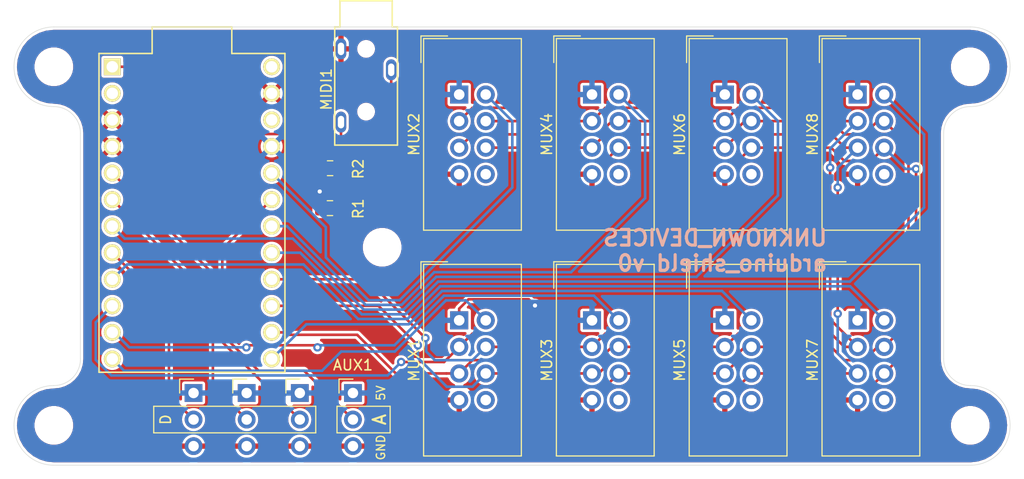
<source format=kicad_pcb>
(kicad_pcb (version 20171130) (host pcbnew "(5.1.2)-1")
  (layers (0 F.Cu signal) (31 B.Cu signal) (34 B.Paste user) (35 F.Paste user) (36 B.SilkS user) (37 F.SilkS user) (38 B.Mask user) (39 F.Mask user) (44 Edge.Cuts user))
  (net 0 "")
  (net 1 GND)
  (net 2 "Net-(MIDI1-PadR)")
  (net 3 "Net-(MIDI1-PadT)")
  (net 4 +5V)
  (net 5 M0)
  (net 6 S0)
  (net 7 S1)
  (net 8 S2)
  (net 9 S3)
  (net 10 M1)
  (net 11 M2)
  (net 12 M3)
  (net 13 M4)
  (net 14 M5)
  (net 15 M6)
  (net 16 M7)
  (net 17 TX)
  (net 18 A1)
  (net 19 D2)
  (net 20 D3)
  (net 21 D6)
  (module MountingHole:MountingHole_3.2mm_M3 (layer F.Cu) (at 139.344 47.74)
    (fp_text reference H2 hide)
    (fp_text value MountingHole)
    (pad 1 np_thru_hole circle (at 0 0) (size 3.2 3.2) (drill 3.2) (layers *.Cu *.Mask))
  )
  (module Connector_PinHeader_2.54mm:PinHeader_1x03_P2.54mm_Vertical (layer F.Cu) (at 136.55 61.675)
    (fp_text reference AUX1 (at 0 -2.667 180) (layer F.SilkS))
    (fp_text value AUX)
    (fp_line (start -1.33 -1.33) (end 0 -1.33) (layer F.SilkS) (width 0.12))
    (fp_line (start -1.33 0) (end -1.33 -1.33) (layer F.SilkS) (width 0.12))
    (pad 3 thru_hole oval (at 0 5.08) (size 1.7 1.7) (drill 1) (layers *.Cu *.Mask) (net 1 GND))
    (pad 2 thru_hole oval (at 0 2.54) (size 1.7 1.7) (drill 1) (layers *.Cu *.Mask) (net 18 A1))
    (pad 1 thru_hole rect (at 0 0) (size 1.7 1.7) (drill 1) (layers *.Cu *.Mask) (net 4 +5V))
  )
  (module Connector_PinHeader_2.54mm:PinHeader_1x03_P2.54mm_Vertical (layer F.Cu) (at 131.47 61.675)
    (fp_text reference AUX2 hide)
    (fp_text value AUX)
    (fp_line (start -1.33 -1.33) (end 0 -1.33) (layer F.SilkS) (width 0.12))
    (fp_line (start -1.33 0) (end -1.33 -1.33) (layer F.SilkS) (width 0.12))
    (pad 3 thru_hole oval (at 0 5.08) (size 1.7 1.7) (drill 1) (layers *.Cu *.Mask) (net 1 GND))
    (pad 2 thru_hole oval (at 0 2.54) (size 1.7 1.7) (drill 1) (layers *.Cu *.Mask) (net 19 D2))
    (pad 1 thru_hole rect (at 0 0) (size 1.7 1.7) (drill 1) (layers *.Cu *.Mask) (net 4 +5V))
  )
  (module Connector_PinHeader_2.54mm:PinHeader_1x03_P2.54mm_Vertical (layer F.Cu) (at 126.39 61.675)
    (fp_text reference AUX3 hide)
    (fp_text value AUX)
    (fp_line (start -1.33 -1.33) (end 0 -1.33) (layer F.SilkS) (width 0.12))
    (fp_line (start -1.33 0) (end -1.33 -1.33) (layer F.SilkS) (width 0.12))
    (pad 3 thru_hole oval (at 0 5.08) (size 1.7 1.7) (drill 1) (layers *.Cu *.Mask) (net 1 GND))
    (pad 2 thru_hole oval (at 0 2.54) (size 1.7 1.7) (drill 1) (layers *.Cu *.Mask) (net 20 D3))
    (pad 1 thru_hole rect (at 0 0) (size 1.7 1.7) (drill 1) (layers *.Cu *.Mask) (net 4 +5V))
  )
  (module Connector_PinHeader_2.54mm:PinHeader_1x03_P2.54mm_Vertical (layer F.Cu) (at 121.31 61.675)
    (fp_text reference AUX4 hide)
    (fp_text value AUX)
    (fp_line (start -1.33 -1.33) (end 0 -1.33) (layer F.SilkS) (width 0.12))
    (fp_line (start -1.33 0) (end -1.33 -1.33) (layer F.SilkS) (width 0.12))
    (pad 3 thru_hole oval (at 0 5.08) (size 1.7 1.7) (drill 1) (layers *.Cu *.Mask) (net 1 GND))
    (pad 2 thru_hole oval (at 0 2.54) (size 1.7 1.7) (drill 1) (layers *.Cu *.Mask) (net 21 D6))
    (pad 1 thru_hole rect (at 0 0) (size 1.7 1.7) (drill 1) (layers *.Cu *.Mask) (net 4 +5V))
  )
  (module promicro:ProMicro (layer F.Cu) (at 121.158 44.45 270)
    (fp_text reference U1 hide)
    (fp_text value ProMicro)
    (fp_line (start 15.24 -8.89) (end 15.24 8.89) (layer F.SilkS) (width 0.15))
    (fp_line (start -15.24 -8.89) (end 15.24 -8.89) (layer F.SilkS) (width 0.15))
    (fp_line (start -15.24 -3.81) (end -15.24 -8.89) (layer F.SilkS) (width 0.15))
    (fp_line (start -17.78 -3.81) (end -15.24 -3.81) (layer F.SilkS) (width 0.15))
    (fp_line (start -17.78 3.81) (end -17.78 -3.81) (layer F.SilkS) (width 0.15))
    (fp_line (start -15.24 3.81) (end -17.78 3.81) (layer F.SilkS) (width 0.15))
    (fp_line (start -15.24 8.89) (end -15.24 3.81) (layer F.SilkS) (width 0.15))
    (fp_line (start -15.24 8.89) (end 15.24 8.89) (layer F.SilkS) (width 0.15))
    (pad 24 thru_hole circle (at -13.97 -7.62 270) (size 1.6 1.6) (drill 1.1) (layers *.Cu *.Mask F.SilkS))
    (pad 23 thru_hole circle (at -11.43 -7.62 270) (size 1.6 1.6) (drill 1.1) (layers *.Cu *.Mask F.SilkS) (net 1 GND))
    (pad 22 thru_hole circle (at -8.89 -7.62 270) (size 1.6 1.6) (drill 1.1) (layers *.Cu *.Mask F.SilkS))
    (pad 21 thru_hole circle (at -6.35 -7.62 270) (size 1.6 1.6) (drill 1.1) (layers *.Cu *.Mask F.SilkS) (net 4 +5V))
    (pad 20 thru_hole circle (at -3.81 -7.62 270) (size 1.6 1.6) (drill 1.1) (layers *.Cu *.Mask F.SilkS) (net 10 M1))
    (pad 19 thru_hole circle (at -1.27 -7.62 270) (size 1.6 1.6) (drill 1.1) (layers *.Cu *.Mask F.SilkS) (net 18 A1))
    (pad 18 thru_hole circle (at 1.27 -7.62 270) (size 1.6 1.6) (drill 1.1) (layers *.Cu *.Mask F.SilkS) (net 12 M3))
    (pad 17 thru_hole circle (at 3.81 -7.62 270) (size 1.6 1.6) (drill 1.1) (layers *.Cu *.Mask F.SilkS) (net 16 M7))
    (pad 16 thru_hole circle (at 6.35 -7.62 270) (size 1.6 1.6) (drill 1.1) (layers *.Cu *.Mask F.SilkS) (net 8 S2))
    (pad 15 thru_hole circle (at 8.89 -7.62 270) (size 1.6 1.6) (drill 1.1) (layers *.Cu *.Mask F.SilkS) (net 6 S0))
    (pad 14 thru_hole circle (at 11.43 -7.62 270) (size 1.6 1.6) (drill 1.1) (layers *.Cu *.Mask F.SilkS) (net 7 S1))
    (pad 13 thru_hole circle (at 13.97 -7.62 270) (size 1.6 1.6) (drill 1.1) (layers *.Cu *.Mask F.SilkS) (net 13 M4))
    (pad 12 thru_hole circle (at 13.97 7.62 270) (size 1.6 1.6) (drill 1.1) (layers *.Cu *.Mask F.SilkS) (net 5 M0))
    (pad 11 thru_hole circle (at 11.43 7.62 270) (size 1.6 1.6) (drill 1.1) (layers *.Cu *.Mask F.SilkS) (net 11 M2))
    (pad 10 thru_hole circle (at 8.89 7.62 270) (size 1.6 1.6) (drill 1.1) (layers *.Cu *.Mask F.SilkS) (net 9 S3))
    (pad 9 thru_hole circle (at 6.35 7.62 270) (size 1.6 1.6) (drill 1.1) (layers *.Cu *.Mask F.SilkS) (net 15 M6))
    (pad 8 thru_hole circle (at 3.81 7.62 270) (size 1.6 1.6) (drill 1.1) (layers *.Cu *.Mask F.SilkS) (net 21 D6))
    (pad 7 thru_hole circle (at 1.27 7.62 270) (size 1.6 1.6) (drill 1.1) (layers *.Cu *.Mask F.SilkS) (net 14 M5))
    (pad 6 thru_hole circle (at -1.27 7.62 270) (size 1.6 1.6) (drill 1.1) (layers *.Cu *.Mask F.SilkS) (net 20 D3))
    (pad 5 thru_hole circle (at -3.81 7.62 270) (size 1.6 1.6) (drill 1.1) (layers *.Cu *.Mask F.SilkS) (net 19 D2))
    (pad 4 thru_hole circle (at -6.35 7.62 270) (size 1.6 1.6) (drill 1.1) (layers *.Cu *.Mask F.SilkS) (net 1 GND))
    (pad 3 thru_hole circle (at -8.89 7.62 270) (size 1.6 1.6) (drill 1.1) (layers *.Cu *.Mask F.SilkS) (net 1 GND))
    (pad 2 thru_hole circle (at -11.43 7.62 270) (size 1.6 1.6) (drill 1.1) (layers *.Cu *.Mask F.SilkS))
    (pad 1 thru_hole rect (at -13.97 7.62 270) (size 1.6 1.6) (drill 1.1) (layers *.Cu *.Mask F.SilkS) (net 17 TX))
  )
  (module Connector_IDC:IDC-Header_2x04_P2.54mm_Vertical (layer F.Cu) (at 184.81 33.135)
    (fp_text reference MUX8 (at -4.318 3.81 90) (layer F.SilkS))
    (fp_text value Conn_01x08)
    (fp_line (start 5.945 -5.35) (end 5.945 12.97) (layer F.SilkS) (width 0.12))
    (fp_line (start 5.945 12.97) (end -3.405 12.97) (layer F.SilkS) (width 0.12))
    (fp_line (start -3.405 12.97) (end -3.405 -5.35) (layer F.SilkS) (width 0.12))
    (fp_line (start -3.405 -5.35) (end 5.945 -5.35) (layer F.SilkS) (width 0.12))
    (fp_line (start -3.655 -5.6) (end -3.655 -3.06) (layer F.SilkS) (width 0.12))
    (fp_line (start -3.655 -5.6) (end -1.115 -5.6) (layer F.SilkS) (width 0.12))
    (pad 1 thru_hole rect (at 0 0) (size 1.7272 1.7272) (drill 1.016) (layers *.Cu *.Mask) (net 4 +5V))
    (pad 2 thru_hole oval (at 2.54 0) (size 1.7272 1.7272) (drill 1.016) (layers *.Cu *.Mask) (net 16 M7))
    (pad 3 thru_hole oval (at 0 2.54) (size 1.7272 1.7272) (drill 1.016) (layers *.Cu *.Mask) (net 9 S3))
    (pad 4 thru_hole oval (at 2.54 2.54) (size 1.7272 1.7272) (drill 1.016) (layers *.Cu *.Mask) (net 8 S2))
    (pad 5 thru_hole oval (at 0 5.08) (size 1.7272 1.7272) (drill 1.016) (layers *.Cu *.Mask) (net 7 S1))
    (pad 6 thru_hole oval (at 2.54 5.08) (size 1.7272 1.7272) (drill 1.016) (layers *.Cu *.Mask) (net 6 S0))
    (pad 7 thru_hole oval (at 0 7.62) (size 1.7272 1.7272) (drill 1.016) (layers *.Cu *.Mask) (net 1 GND))
    (pad 8 thru_hole oval (at 2.54 7.62) (size 1.7272 1.7272) (drill 1.016) (layers *.Cu *.Mask))
  )
  (module Connector_IDC:IDC-Header_2x04_P2.54mm_Vertical (layer F.Cu) (at 184.81 54.725)
    (fp_text reference MUX7 (at -4.318 3.81 90) (layer F.SilkS))
    (fp_text value Conn_01x08)
    (fp_line (start 5.945 -5.35) (end 5.945 12.97) (layer F.SilkS) (width 0.12))
    (fp_line (start 5.945 12.97) (end -3.405 12.97) (layer F.SilkS) (width 0.12))
    (fp_line (start -3.405 12.97) (end -3.405 -5.35) (layer F.SilkS) (width 0.12))
    (fp_line (start -3.405 -5.35) (end 5.945 -5.35) (layer F.SilkS) (width 0.12))
    (fp_line (start -3.655 -5.6) (end -3.655 -3.06) (layer F.SilkS) (width 0.12))
    (fp_line (start -3.655 -5.6) (end -1.115 -5.6) (layer F.SilkS) (width 0.12))
    (pad 1 thru_hole rect (at 0 0) (size 1.7272 1.7272) (drill 1.016) (layers *.Cu *.Mask) (net 4 +5V))
    (pad 2 thru_hole oval (at 2.54 0) (size 1.7272 1.7272) (drill 1.016) (layers *.Cu *.Mask) (net 15 M6))
    (pad 3 thru_hole oval (at 0 2.54) (size 1.7272 1.7272) (drill 1.016) (layers *.Cu *.Mask) (net 9 S3))
    (pad 4 thru_hole oval (at 2.54 2.54) (size 1.7272 1.7272) (drill 1.016) (layers *.Cu *.Mask) (net 8 S2))
    (pad 5 thru_hole oval (at 0 5.08) (size 1.7272 1.7272) (drill 1.016) (layers *.Cu *.Mask) (net 7 S1))
    (pad 6 thru_hole oval (at 2.54 5.08) (size 1.7272 1.7272) (drill 1.016) (layers *.Cu *.Mask) (net 6 S0))
    (pad 7 thru_hole oval (at 0 7.62) (size 1.7272 1.7272) (drill 1.016) (layers *.Cu *.Mask) (net 1 GND))
    (pad 8 thru_hole oval (at 2.54 7.62) (size 1.7272 1.7272) (drill 1.016) (layers *.Cu *.Mask))
  )
  (module Connector_IDC:IDC-Header_2x04_P2.54mm_Vertical (layer F.Cu) (at 172.11 33.135)
    (fp_text reference MUX6 (at -4.318 3.81 90) (layer F.SilkS))
    (fp_text value Conn_01x08)
    (fp_line (start 5.945 -5.35) (end 5.945 12.97) (layer F.SilkS) (width 0.12))
    (fp_line (start 5.945 12.97) (end -3.405 12.97) (layer F.SilkS) (width 0.12))
    (fp_line (start -3.405 12.97) (end -3.405 -5.35) (layer F.SilkS) (width 0.12))
    (fp_line (start -3.405 -5.35) (end 5.945 -5.35) (layer F.SilkS) (width 0.12))
    (fp_line (start -3.655 -5.6) (end -3.655 -3.06) (layer F.SilkS) (width 0.12))
    (fp_line (start -3.655 -5.6) (end -1.115 -5.6) (layer F.SilkS) (width 0.12))
    (pad 1 thru_hole rect (at 0 0) (size 1.7272 1.7272) (drill 1.016) (layers *.Cu *.Mask) (net 4 +5V))
    (pad 2 thru_hole oval (at 2.54 0) (size 1.7272 1.7272) (drill 1.016) (layers *.Cu *.Mask) (net 14 M5))
    (pad 3 thru_hole oval (at 0 2.54) (size 1.7272 1.7272) (drill 1.016) (layers *.Cu *.Mask) (net 9 S3))
    (pad 4 thru_hole oval (at 2.54 2.54) (size 1.7272 1.7272) (drill 1.016) (layers *.Cu *.Mask) (net 8 S2))
    (pad 5 thru_hole oval (at 0 5.08) (size 1.7272 1.7272) (drill 1.016) (layers *.Cu *.Mask) (net 7 S1))
    (pad 6 thru_hole oval (at 2.54 5.08) (size 1.7272 1.7272) (drill 1.016) (layers *.Cu *.Mask) (net 6 S0))
    (pad 7 thru_hole oval (at 0 7.62) (size 1.7272 1.7272) (drill 1.016) (layers *.Cu *.Mask) (net 1 GND))
    (pad 8 thru_hole oval (at 2.54 7.62) (size 1.7272 1.7272) (drill 1.016) (layers *.Cu *.Mask))
  )
  (module Connector_IDC:IDC-Header_2x04_P2.54mm_Vertical (layer F.Cu) (at 172.11 54.725)
    (fp_text reference MUX5 (at -4.318 3.81 90) (layer F.SilkS))
    (fp_text value Conn_01x08)
    (fp_line (start 5.945 -5.35) (end 5.945 12.97) (layer F.SilkS) (width 0.12))
    (fp_line (start 5.945 12.97) (end -3.405 12.97) (layer F.SilkS) (width 0.12))
    (fp_line (start -3.405 12.97) (end -3.405 -5.35) (layer F.SilkS) (width 0.12))
    (fp_line (start -3.405 -5.35) (end 5.945 -5.35) (layer F.SilkS) (width 0.12))
    (fp_line (start -3.655 -5.6) (end -3.655 -3.06) (layer F.SilkS) (width 0.12))
    (fp_line (start -3.655 -5.6) (end -1.115 -5.6) (layer F.SilkS) (width 0.12))
    (pad 1 thru_hole rect (at 0 0) (size 1.7272 1.7272) (drill 1.016) (layers *.Cu *.Mask) (net 4 +5V))
    (pad 2 thru_hole oval (at 2.54 0) (size 1.7272 1.7272) (drill 1.016) (layers *.Cu *.Mask) (net 13 M4))
    (pad 3 thru_hole oval (at 0 2.54) (size 1.7272 1.7272) (drill 1.016) (layers *.Cu *.Mask) (net 9 S3))
    (pad 4 thru_hole oval (at 2.54 2.54) (size 1.7272 1.7272) (drill 1.016) (layers *.Cu *.Mask) (net 8 S2))
    (pad 5 thru_hole oval (at 0 5.08) (size 1.7272 1.7272) (drill 1.016) (layers *.Cu *.Mask) (net 7 S1))
    (pad 6 thru_hole oval (at 2.54 5.08) (size 1.7272 1.7272) (drill 1.016) (layers *.Cu *.Mask) (net 6 S0))
    (pad 7 thru_hole oval (at 0 7.62) (size 1.7272 1.7272) (drill 1.016) (layers *.Cu *.Mask) (net 1 GND))
    (pad 8 thru_hole oval (at 2.54 7.62) (size 1.7272 1.7272) (drill 1.016) (layers *.Cu *.Mask))
  )
  (module Connector_IDC:IDC-Header_2x04_P2.54mm_Vertical (layer F.Cu) (at 159.41 33.135)
    (fp_text reference MUX4 (at -4.318 3.81 90) (layer F.SilkS))
    (fp_text value Conn_01x08)
    (fp_line (start 5.945 -5.35) (end 5.945 12.97) (layer F.SilkS) (width 0.12))
    (fp_line (start 5.945 12.97) (end -3.405 12.97) (layer F.SilkS) (width 0.12))
    (fp_line (start -3.405 12.97) (end -3.405 -5.35) (layer F.SilkS) (width 0.12))
    (fp_line (start -3.405 -5.35) (end 5.945 -5.35) (layer F.SilkS) (width 0.12))
    (fp_line (start -3.655 -5.6) (end -3.655 -3.06) (layer F.SilkS) (width 0.12))
    (fp_line (start -3.655 -5.6) (end -1.115 -5.6) (layer F.SilkS) (width 0.12))
    (pad 1 thru_hole rect (at 0 0) (size 1.7272 1.7272) (drill 1.016) (layers *.Cu *.Mask) (net 4 +5V))
    (pad 2 thru_hole oval (at 2.54 0) (size 1.7272 1.7272) (drill 1.016) (layers *.Cu *.Mask) (net 12 M3))
    (pad 3 thru_hole oval (at 0 2.54) (size 1.7272 1.7272) (drill 1.016) (layers *.Cu *.Mask) (net 9 S3))
    (pad 4 thru_hole oval (at 2.54 2.54) (size 1.7272 1.7272) (drill 1.016) (layers *.Cu *.Mask) (net 8 S2))
    (pad 5 thru_hole oval (at 0 5.08) (size 1.7272 1.7272) (drill 1.016) (layers *.Cu *.Mask) (net 7 S1))
    (pad 6 thru_hole oval (at 2.54 5.08) (size 1.7272 1.7272) (drill 1.016) (layers *.Cu *.Mask) (net 6 S0))
    (pad 7 thru_hole oval (at 0 7.62) (size 1.7272 1.7272) (drill 1.016) (layers *.Cu *.Mask) (net 1 GND))
    (pad 8 thru_hole oval (at 2.54 7.62) (size 1.7272 1.7272) (drill 1.016) (layers *.Cu *.Mask))
  )
  (module Connector_IDC:IDC-Header_2x04_P2.54mm_Vertical (layer F.Cu) (at 159.41 54.725)
    (fp_text reference MUX3 (at -4.318 3.81 90) (layer F.SilkS))
    (fp_text value Conn_01x08)
    (fp_line (start 5.945 -5.35) (end 5.945 12.97) (layer F.SilkS) (width 0.12))
    (fp_line (start 5.945 12.97) (end -3.405 12.97) (layer F.SilkS) (width 0.12))
    (fp_line (start -3.405 12.97) (end -3.405 -5.35) (layer F.SilkS) (width 0.12))
    (fp_line (start -3.405 -5.35) (end 5.945 -5.35) (layer F.SilkS) (width 0.12))
    (fp_line (start -3.655 -5.6) (end -3.655 -3.06) (layer F.SilkS) (width 0.12))
    (fp_line (start -3.655 -5.6) (end -1.115 -5.6) (layer F.SilkS) (width 0.12))
    (pad 1 thru_hole rect (at 0 0) (size 1.7272 1.7272) (drill 1.016) (layers *.Cu *.Mask) (net 4 +5V))
    (pad 2 thru_hole oval (at 2.54 0) (size 1.7272 1.7272) (drill 1.016) (layers *.Cu *.Mask) (net 11 M2))
    (pad 3 thru_hole oval (at 0 2.54) (size 1.7272 1.7272) (drill 1.016) (layers *.Cu *.Mask) (net 9 S3))
    (pad 4 thru_hole oval (at 2.54 2.54) (size 1.7272 1.7272) (drill 1.016) (layers *.Cu *.Mask) (net 8 S2))
    (pad 5 thru_hole oval (at 0 5.08) (size 1.7272 1.7272) (drill 1.016) (layers *.Cu *.Mask) (net 7 S1))
    (pad 6 thru_hole oval (at 2.54 5.08) (size 1.7272 1.7272) (drill 1.016) (layers *.Cu *.Mask) (net 6 S0))
    (pad 7 thru_hole oval (at 0 7.62) (size 1.7272 1.7272) (drill 1.016) (layers *.Cu *.Mask) (net 1 GND))
    (pad 8 thru_hole oval (at 2.54 7.62) (size 1.7272 1.7272) (drill 1.016) (layers *.Cu *.Mask))
  )
  (module Connector_IDC:IDC-Header_2x04_P2.54mm_Vertical (layer F.Cu) (at 146.71 33.135)
    (fp_text reference MUX2 (at -4.318 3.81 90) (layer F.SilkS))
    (fp_text value Conn_01x08)
    (fp_line (start 5.945 -5.35) (end 5.945 12.97) (layer F.SilkS) (width 0.12))
    (fp_line (start 5.945 12.97) (end -3.405 12.97) (layer F.SilkS) (width 0.12))
    (fp_line (start -3.405 12.97) (end -3.405 -5.35) (layer F.SilkS) (width 0.12))
    (fp_line (start -3.405 -5.35) (end 5.945 -5.35) (layer F.SilkS) (width 0.12))
    (fp_line (start -3.655 -5.6) (end -3.655 -3.06) (layer F.SilkS) (width 0.12))
    (fp_line (start -3.655 -5.6) (end -1.115 -5.6) (layer F.SilkS) (width 0.12))
    (pad 1 thru_hole rect (at 0 0) (size 1.7272 1.7272) (drill 1.016) (layers *.Cu *.Mask) (net 4 +5V))
    (pad 2 thru_hole oval (at 2.54 0) (size 1.7272 1.7272) (drill 1.016) (layers *.Cu *.Mask) (net 10 M1))
    (pad 3 thru_hole oval (at 0 2.54) (size 1.7272 1.7272) (drill 1.016) (layers *.Cu *.Mask) (net 9 S3))
    (pad 4 thru_hole oval (at 2.54 2.54) (size 1.7272 1.7272) (drill 1.016) (layers *.Cu *.Mask) (net 8 S2))
    (pad 5 thru_hole oval (at 0 5.08) (size 1.7272 1.7272) (drill 1.016) (layers *.Cu *.Mask) (net 7 S1))
    (pad 6 thru_hole oval (at 2.54 5.08) (size 1.7272 1.7272) (drill 1.016) (layers *.Cu *.Mask) (net 6 S0))
    (pad 7 thru_hole oval (at 0 7.62) (size 1.7272 1.7272) (drill 1.016) (layers *.Cu *.Mask) (net 1 GND))
    (pad 8 thru_hole oval (at 2.54 7.62) (size 1.7272 1.7272) (drill 1.016) (layers *.Cu *.Mask))
  )
  (module Connector_IDC:IDC-Header_2x04_P2.54mm_Vertical (layer F.Cu) (at 146.71 54.725)
    (fp_text reference MUX1 (at -4.318 3.81 90) (layer F.SilkS))
    (fp_text value Conn_01x08)
    (fp_line (start 5.945 -5.35) (end 5.945 12.97) (layer F.SilkS) (width 0.12))
    (fp_line (start 5.945 12.97) (end -3.405 12.97) (layer F.SilkS) (width 0.12))
    (fp_line (start -3.405 12.97) (end -3.405 -5.35) (layer F.SilkS) (width 0.12))
    (fp_line (start -3.405 -5.35) (end 5.945 -5.35) (layer F.SilkS) (width 0.12))
    (fp_line (start -3.655 -5.6) (end -3.655 -3.06) (layer F.SilkS) (width 0.12))
    (fp_line (start -3.655 -5.6) (end -1.115 -5.6) (layer F.SilkS) (width 0.12))
    (pad 1 thru_hole rect (at 0 0) (size 1.7272 1.7272) (drill 1.016) (layers *.Cu *.Mask) (net 4 +5V))
    (pad 2 thru_hole oval (at 2.54 0) (size 1.7272 1.7272) (drill 1.016) (layers *.Cu *.Mask) (net 5 M0))
    (pad 3 thru_hole oval (at 0 2.54) (size 1.7272 1.7272) (drill 1.016) (layers *.Cu *.Mask) (net 9 S3))
    (pad 4 thru_hole oval (at 2.54 2.54) (size 1.7272 1.7272) (drill 1.016) (layers *.Cu *.Mask) (net 8 S2))
    (pad 5 thru_hole oval (at 0 5.08) (size 1.7272 1.7272) (drill 1.016) (layers *.Cu *.Mask) (net 7 S1))
    (pad 6 thru_hole oval (at 2.54 5.08) (size 1.7272 1.7272) (drill 1.016) (layers *.Cu *.Mask) (net 6 S0))
    (pad 7 thru_hole oval (at 0 7.62) (size 1.7272 1.7272) (drill 1.016) (layers *.Cu *.Mask) (net 1 GND))
    (pad 8 thru_hole oval (at 2.54 7.62) (size 1.7272 1.7272) (drill 1.016) (layers *.Cu *.Mask))
  )
  (module MountingHole:MountingHole_3.2mm_M3 (layer F.Cu) (at 195.58 64.77)
    (fp_text reference H4 hide)
    (fp_text value MountingHole)
    (pad 1 np_thru_hole circle (at 0 0) (size 3.2 3.2) (drill 3.2) (layers *.Cu *.Mask))
  )
  (module MountingHole:MountingHole_3.2mm_M3 (layer F.Cu) (at 107.95 30.48)
    (fp_text reference H3 hide)
    (fp_text value MountingHole)
    (pad 1 np_thru_hole circle (at 0 0) (size 3.2 3.2) (drill 3.2) (layers *.Cu *.Mask))
  )
  (module MountingHole:MountingHole_3.2mm_M3 (layer F.Cu) (at 107.95 64.77)
    (fp_text reference H2 hide)
    (fp_text value MountingHole)
    (pad 1 np_thru_hole circle (at 0 0) (size 3.2 3.2) (drill 3.2) (layers *.Cu *.Mask))
  )
  (module MountingHole:MountingHole_3.2mm_M3 (layer F.Cu) (at 195.58 30.48)
    (fp_text reference H1 hide)
    (fp_text value MountingHole)
    (pad 1 np_thru_hole circle (at 0 0) (size 3.2 3.2) (drill 3.2) (layers *.Cu *.Mask))
  )
  (module Connector_Audio:3.5mm_jack_THT (layer F.Cu) (at 137.808 26.67)
    (fp_text reference MIDI1 (at -3.798 5.957 90) (layer F.SilkS))
    (fp_text value MIDI_OUT)
    (fp_line (start 3 0) (end 3 11.3) (layer F.SilkS) (width 0.15))
    (fp_line (start 3 11.3) (end -3 11.3) (layer F.SilkS) (width 0.15))
    (fp_line (start -3 11.3) (end -3 0) (layer F.SilkS) (width 0.15))
    (fp_line (start -3 0) (end -2.5 0) (layer F.SilkS) (width 0.15))
    (fp_line (start -2.5 0) (end -2.5 -2.5) (layer F.SilkS) (width 0.15))
    (fp_line (start -2.5 -2.5) (end 2.5 -2.5) (layer F.SilkS) (width 0.15))
    (fp_line (start 2.5 -2.5) (end 2.5 0) (layer F.SilkS) (width 0.15))
    (fp_line (start 2.5 0) (end 3 0) (layer F.SilkS) (width 0.15))
    (pad T thru_hole oval (at -2.4 9.1) (size 1 2) (drill oval 0.6 1.2) (layers *.Cu *.Mask) (net 3 "Net-(MIDI1-PadT)"))
    (pad R thru_hole oval (at 2.4 4.1) (size 1 2) (drill oval 0.6 1.2) (layers *.Cu *.Mask) (net 2 "Net-(MIDI1-PadR)"))
    (pad S thru_hole oval (at -2.4 2.1) (size 1 2) (drill oval 0.6 1.2) (layers *.Cu *.Mask) (net 1 GND))
    (pad "" np_thru_hole circle (at 0 8.1) (size 1.2 1.2) (drill 1.2) (layers *.Cu *.Mask))
    (pad "" np_thru_hole circle (at 0 2.1) (size 1.2 1.2) (drill 1.2) (layers *.Cu *.Mask))
  )
  (module Resistor_SMD:R_0805_2012Metric (layer F.Cu) (at 134.353 43.997 180)
    (fp_text reference R1 (at -2.705 -0.06 90) (layer F.SilkS))
    (fp_text value 220)
    (fp_line (start -0.258578 -0.71) (end 0.258578 -0.71) (layer F.SilkS) (width 0.12))
    (fp_line (start -0.258578 0.71) (end 0.258578 0.71) (layer F.SilkS) (width 0.12))
    (pad 1 smd roundrect (at -0.9375 0 180) (size 0.975 1.4) (layers F.Cu F.Paste F.Mask) (net 2 "Net-(MIDI1-PadR)"))
    (pad 2 smd roundrect (at 0.9375 0 180) (size 0.975 1.4) (layers F.Cu F.Paste F.Mask) (net 4 +5V))
  )
  (module Resistor_SMD:R_0805_2012Metric (layer F.Cu) (at 134.366 40.18)
    (fp_text reference R2 (at 2.692 0.067 90) (layer F.SilkS))
    (fp_text value 220)
    (fp_line (start -0.258578 0.71) (end 0.258578 0.71) (layer F.SilkS) (width 0.12))
    (fp_line (start -0.258578 -0.71) (end 0.258578 -0.71) (layer F.SilkS) (width 0.12))
    (pad 2 smd roundrect (at 0.9375 0) (size 0.975 1.4) (layers F.Cu F.Paste F.Mask) (net 3 "Net-(MIDI1-PadT)"))
    (pad 1 smd roundrect (at -0.9375 0) (size 0.975 1.4) (layers F.Cu F.Paste F.Mask) (net 17 TX))
  )
  (gr_text "UNKNOWN_DEVICES\narduino_shield v0" (at 182.058 48.06) (layer B.SilkS) (effects (font (size 1.5 1.5) (thickness 0.3)) (justify left mirror)))
  (gr_text GND (at 139.217 66.882 90) (layer F.SilkS) (effects (font (size 0.8 0.8) (thickness 0.13))))
  (gr_text 5V (at 139.217 61.675 90) (layer F.SilkS) (effects (font (size 0.8 0.8) (thickness 0.13))))
  (gr_line (start 135.026 65.485) (end 135.026 62.945) (layer F.SilkS) (width 0.12))
  (gr_line (start 140.106 65.485) (end 135.026 65.485) (layer F.SilkS) (width 0.12))
  (gr_line (start 140.106 62.945) (end 140.106 65.485) (layer F.SilkS) (width 0.12))
  (gr_line (start 135.026 62.945) (end 140.106 62.945) (layer F.SilkS) (width 0.12))
  (gr_text D (at 118.643 64.215 90) (layer F.SilkS) (effects (font (size 1 1))))
  (gr_line (start 117.5 62.945) (end 120.04 62.945) (layer F.SilkS) (width 0.12))
  (gr_line (start 117.5 65.485) (end 117.5 62.945) (layer F.SilkS) (width 0.12))
  (gr_line (start 132.994 65.485) (end 117.5 65.485) (layer F.SilkS) (width 0.12))
  (gr_line (start 132.994 62.945) (end 132.994 65.485) (layer F.SilkS) (width 0.12))
  (gr_line (start 120.04 62.945) (end 132.994 62.945) (layer F.SilkS) (width 0.12))
  (gr_text A (at 139.09 64.215 90) (layer F.SilkS) (effects (font (size 1.2 1.2) (thickness 0.2))))
  (gr_arc (start 195.58 58.42) (end 193.04 58.42) (angle -90) (layer Edge.Cuts) (width 0.05))
  (gr_arc (start 195.58 64.77) (end 195.58 68.58) (angle -180) (layer Edge.Cuts) (width 0.05))
  (gr_arc (start 195.58 36.83) (end 195.58 34.29) (angle -90) (layer Edge.Cuts) (width 0.05))
  (gr_arc (start 195.58 30.48) (end 195.58 34.29) (angle -180) (layer Edge.Cuts) (width 0.05))
  (gr_arc (start 107.95 58.42) (end 107.95 60.96) (angle -90) (layer Edge.Cuts) (width 0.05))
  (gr_arc (start 107.95 64.77) (end 107.95 60.96) (angle -180) (layer Edge.Cuts) (width 0.05))
  (gr_arc (start 107.95 36.83) (end 110.49 36.83) (angle -90) (layer Edge.Cuts) (width 0.05))
  (gr_arc (start 107.95 30.48) (end 107.95 26.67) (angle -180) (layer Edge.Cuts) (width 0.05))
  (gr_line (start 110.49 58.42) (end 110.49 36.83) (layer Edge.Cuts) (width 0.05))
  (gr_line (start 195.58 68.58) (end 107.95 68.58) (layer Edge.Cuts) (width 0.05))
  (gr_line (start 193.04 36.83) (end 193.04 58.42) (layer Edge.Cuts) (width 0.05))
  (gr_line (start 107.95 26.67) (end 195.58 26.67) (layer Edge.Cuts) (width 0.05))
  (segment (start 140.208 37.6255) (end 140.208 30.77) (width 0.25) (layer F.Cu) (net 2))
  (segment (start 135.2905 43.997) (end 140.208 39.0795) (width 0.25) (layer F.Cu) (net 2))
  (segment (start 140.208 39.0795) (end 140.208 37.6255) (width 0.25) (layer F.Cu) (net 2))
  (segment (start 135.408 40.0755) (end 135.3035 40.18) (width 0.25) (layer F.Cu) (net 3))
  (segment (start 135.408 35.77) (end 135.408 40.0755) (width 0.25) (layer F.Cu) (net 3))
  (via (at 133.375 42.406) (size 0.8) (drill 0.4) (layers F.Cu B.Cu) (net 4))
  (segment (start 133.4155 43.997) (end 133.4155 42.4465) (width 0.25) (layer F.Cu) (net 4))
  (segment (start 133.4155 42.4465) (end 133.375 42.406) (width 0.25) (layer F.Cu) (net 4))
  (via (at 153.958 53.31) (size 0.8) (drill 0.4) (layers F.Cu B.Cu) (net 4))
  (segment (start 153.358 52.71) (end 153.958 53.31) (width 0.25) (layer F.Cu) (net 4))
  (segment (start 147.6114 52.71) (end 153.358 52.71) (width 0.25) (layer F.Cu) (net 4))
  (segment (start 146.71 54.725) (end 146.71 53.6114) (width 0.25) (layer F.Cu) (net 4))
  (segment (start 146.71 53.6114) (end 147.6114 52.71) (width 0.25) (layer F.Cu) (net 4))
  (segment (start 114.337999 59.219999) (end 113.538 58.42) (width 0.25) (layer B.Cu) (net 5))
  (segment (start 114.663001 59.545001) (end 114.337999 59.219999) (width 0.25) (layer B.Cu) (net 5))
  (segment (start 149.25 54.725) (end 147.345 52.82) (width 0.25) (layer B.Cu) (net 5))
  (segment (start 145.445641 52.82) (end 140.555641 57.71) (width 0.25) (layer B.Cu) (net 5))
  (segment (start 140.555641 57.71) (end 135.431002 57.71) (width 0.25) (layer B.Cu) (net 5))
  (segment (start 135.431002 57.71) (end 133.596001 59.545001) (width 0.25) (layer B.Cu) (net 5))
  (segment (start 147.345 52.82) (end 145.445641 52.82) (width 0.25) (layer B.Cu) (net 5))
  (segment (start 133.596001 59.545001) (end 114.663001 59.545001) (width 0.25) (layer B.Cu) (net 5))
  (segment (start 174.65 38.215) (end 182.27 38.215) (width 0.25) (layer F.Cu) (net 6))
  (segment (start 186.486401 39.078599) (end 187.35 38.215) (width 0.25) (layer F.Cu) (net 6))
  (segment (start 186.08 39.485) (end 186.486401 39.078599) (width 0.25) (layer F.Cu) (net 6))
  (segment (start 182.27 38.215) (end 183.54 39.485) (width 0.25) (layer F.Cu) (net 6))
  (segment (start 183.54 39.485) (end 186.08 39.485) (width 0.25) (layer F.Cu) (net 6))
  (segment (start 161.95 38.215) (end 169.57 38.215) (width 0.25) (layer F.Cu) (net 6))
  (segment (start 173.786401 39.078599) (end 174.65 38.215) (width 0.25) (layer F.Cu) (net 6))
  (segment (start 173.38 39.485) (end 173.786401 39.078599) (width 0.25) (layer F.Cu) (net 6))
  (segment (start 169.57 38.215) (end 170.84 39.485) (width 0.25) (layer F.Cu) (net 6))
  (segment (start 170.84 39.485) (end 173.38 39.485) (width 0.25) (layer F.Cu) (net 6))
  (segment (start 149.25 38.215) (end 156.87 38.215) (width 0.25) (layer F.Cu) (net 6))
  (segment (start 161.086401 39.078599) (end 161.95 38.215) (width 0.25) (layer F.Cu) (net 6))
  (segment (start 160.68 39.485) (end 161.086401 39.078599) (width 0.25) (layer F.Cu) (net 6))
  (segment (start 156.87 38.215) (end 158.14 39.485) (width 0.25) (layer F.Cu) (net 6))
  (segment (start 158.14 39.485) (end 160.68 39.485) (width 0.25) (layer F.Cu) (net 6))
  (segment (start 174.65 59.805) (end 182.27 59.805) (width 0.25) (layer F.Cu) (net 6))
  (segment (start 186.486401 60.668599) (end 187.35 59.805) (width 0.25) (layer F.Cu) (net 6))
  (segment (start 186.08 61.075) (end 186.486401 60.668599) (width 0.25) (layer F.Cu) (net 6))
  (segment (start 182.27 59.805) (end 183.54 61.075) (width 0.25) (layer F.Cu) (net 6))
  (segment (start 183.54 61.075) (end 186.08 61.075) (width 0.25) (layer F.Cu) (net 6))
  (segment (start 161.95 59.805) (end 169.57 59.805) (width 0.25) (layer F.Cu) (net 6))
  (segment (start 173.786401 60.668599) (end 174.65 59.805) (width 0.25) (layer F.Cu) (net 6))
  (segment (start 173.38 61.075) (end 173.786401 60.668599) (width 0.25) (layer F.Cu) (net 6))
  (segment (start 169.57 59.805) (end 170.84 61.075) (width 0.25) (layer F.Cu) (net 6))
  (segment (start 170.84 61.075) (end 173.38 61.075) (width 0.25) (layer F.Cu) (net 6))
  (segment (start 149.25 59.805) (end 156.87 59.805) (width 0.25) (layer F.Cu) (net 6))
  (segment (start 161.086401 60.668599) (end 161.95 59.805) (width 0.25) (layer F.Cu) (net 6))
  (segment (start 160.68 61.075) (end 161.086401 60.668599) (width 0.25) (layer F.Cu) (net 6))
  (segment (start 158.14 61.075) (end 160.68 61.075) (width 0.25) (layer F.Cu) (net 6))
  (segment (start 156.87 59.805) (end 158.14 61.075) (width 0.25) (layer F.Cu) (net 6))
  (segment (start 190.398 40.812685) (end 190.398 40.247) (width 0.25) (layer F.Cu) (net 6))
  (segment (start 189.382 40.247) (end 189.832315 40.247) (width 0.25) (layer B.Cu) (net 6))
  (segment (start 189.832315 40.247) (end 190.398 40.247) (width 0.25) (layer B.Cu) (net 6))
  (segment (start 187.35 38.215) (end 189.382 40.247) (width 0.25) (layer B.Cu) (net 6))
  (segment (start 187.35 59.805) (end 190.398 56.757) (width 0.25) (layer F.Cu) (net 6))
  (segment (start 190.398 56.757) (end 190.398 40.812685) (width 0.25) (layer F.Cu) (net 6))
  (via (at 190.398 40.247) (size 0.8) (drill 0.4) (layers F.Cu B.Cu) (net 6))
  (via (at 142.758004 57.11) (size 0.8) (drill 0.4) (layers F.Cu B.Cu) (net 6))
  (segment (start 128.778 53.34) (end 138.988004 53.34) (width 0.25) (layer F.Cu) (net 6))
  (segment (start 142.358005 56.710001) (end 142.758004 57.11) (width 0.25) (layer F.Cu) (net 6))
  (segment (start 138.988004 53.34) (end 142.358005 56.710001) (width 0.25) (layer F.Cu) (net 6))
  (segment (start 142.758004 58.310004) (end 142.758004 57.11) (width 0.25) (layer B.Cu) (net 6))
  (segment (start 145.523 61.075) (end 142.758004 58.310004) (width 0.25) (layer B.Cu) (net 6))
  (segment (start 149.25 59.805) (end 147.98 61.075) (width 0.25) (layer B.Cu) (net 6))
  (segment (start 147.98 61.075) (end 145.523 61.075) (width 0.25) (layer B.Cu) (net 6))
  (segment (start 183.588686 38.215) (end 184.81 38.215) (width 0.25) (layer F.Cu) (net 7))
  (segment (start 182.318686 36.945) (end 183.588686 38.215) (width 0.25) (layer F.Cu) (net 7))
  (segment (start 173.38 36.945) (end 182.318686 36.945) (width 0.25) (layer F.Cu) (net 7))
  (segment (start 172.11 38.215) (end 173.38 36.945) (width 0.25) (layer F.Cu) (net 7))
  (segment (start 170.888686 38.215) (end 172.11 38.215) (width 0.25) (layer F.Cu) (net 7))
  (segment (start 169.618686 36.945) (end 170.888686 38.215) (width 0.25) (layer F.Cu) (net 7))
  (segment (start 160.68 36.945) (end 169.618686 36.945) (width 0.25) (layer F.Cu) (net 7))
  (segment (start 159.41 38.215) (end 160.68 36.945) (width 0.25) (layer F.Cu) (net 7))
  (segment (start 158.188686 38.215) (end 159.41 38.215) (width 0.25) (layer F.Cu) (net 7))
  (segment (start 156.918686 36.945) (end 158.188686 38.215) (width 0.25) (layer F.Cu) (net 7))
  (segment (start 147.98 36.945) (end 156.918686 36.945) (width 0.25) (layer F.Cu) (net 7))
  (segment (start 146.71 38.215) (end 147.98 36.945) (width 0.25) (layer F.Cu) (net 7))
  (segment (start 183.588686 59.805) (end 184.81 59.805) (width 0.25) (layer F.Cu) (net 7))
  (segment (start 182.318686 58.535) (end 183.588686 59.805) (width 0.25) (layer F.Cu) (net 7))
  (segment (start 173.38 58.535) (end 182.318686 58.535) (width 0.25) (layer F.Cu) (net 7))
  (segment (start 172.11 59.805) (end 173.38 58.535) (width 0.25) (layer F.Cu) (net 7))
  (segment (start 146.71 59.805) (end 147.98 58.535) (width 0.25) (layer F.Cu) (net 7))
  (segment (start 158.188686 59.805) (end 159.41 59.805) (width 0.25) (layer F.Cu) (net 7))
  (segment (start 156.918686 58.535) (end 158.188686 59.805) (width 0.25) (layer F.Cu) (net 7))
  (segment (start 147.98 58.535) (end 156.918686 58.535) (width 0.25) (layer F.Cu) (net 7))
  (segment (start 170.888686 59.805) (end 172.11 59.805) (width 0.25) (layer F.Cu) (net 7))
  (segment (start 169.618686 58.535) (end 170.888686 59.805) (width 0.25) (layer F.Cu) (net 7))
  (segment (start 161.315 58.535) (end 169.618686 58.535) (width 0.25) (layer F.Cu) (net 7))
  (segment (start 159.41 59.805) (end 160.045 59.805) (width 0.25) (layer F.Cu) (net 7))
  (segment (start 160.045 59.805) (end 161.315 58.535) (width 0.25) (layer F.Cu) (net 7))
  (segment (start 183.946401 39.078599) (end 184.81 38.215) (width 0.25) (layer B.Cu) (net 7))
  (segment (start 182.905 40.12) (end 183.946401 39.078599) (width 0.25) (layer B.Cu) (net 7))
  (segment (start 184.81 59.805) (end 182.905 57.9) (width 0.25) (layer B.Cu) (net 7))
  (via (at 182.905 54.09) (size 0.8) (drill 0.4) (layers F.Cu B.Cu) (net 7))
  (segment (start 182.905 57.9) (end 182.905 54.09) (width 0.25) (layer B.Cu) (net 7))
  (via (at 182.905 42.025) (size 0.8) (drill 0.4) (layers F.Cu B.Cu) (net 7))
  (segment (start 182.905 41.39) (end 182.905 42.025) (width 0.25) (layer B.Cu) (net 7))
  (segment (start 182.905 41.39) (end 182.905 40.12) (width 0.25) (layer B.Cu) (net 7))
  (segment (start 182.905 42.025) (end 182.905 54.09) (width 0.25) (layer F.Cu) (net 7))
  (segment (start 145.488686 59.805) (end 146.71 59.805) (width 0.25) (layer F.Cu) (net 7))
  (segment (start 140.653 59.805) (end 145.488686 59.805) (width 0.25) (layer F.Cu) (net 7))
  (segment (start 136.958 56.11) (end 140.653 59.805) (width 0.25) (layer F.Cu) (net 7))
  (segment (start 130.13937 56.11) (end 136.958 56.11) (width 0.25) (layer F.Cu) (net 7))
  (segment (start 128.778 55.88) (end 129.90937 55.88) (width 0.25) (layer F.Cu) (net 7))
  (segment (start 129.90937 55.88) (end 130.13937 56.11) (width 0.25) (layer F.Cu) (net 7))
  (segment (start 186.715 35.675) (end 187.35 35.675) (width 0.25) (layer F.Cu) (net 8))
  (segment (start 174.65 35.675) (end 182.27 35.675) (width 0.25) (layer F.Cu) (net 8))
  (segment (start 182.27 35.675) (end 183.54 36.945) (width 0.25) (layer F.Cu) (net 8))
  (segment (start 183.54 36.945) (end 185.44359 36.945) (width 0.25) (layer F.Cu) (net 8))
  (segment (start 185.44359 36.945) (end 186.07859 36.31) (width 0.25) (layer F.Cu) (net 8))
  (segment (start 186.07859 36.31) (end 186.08 36.31) (width 0.25) (layer F.Cu) (net 8))
  (segment (start 186.08 36.31) (end 186.715 35.675) (width 0.25) (layer F.Cu) (net 8))
  (segment (start 174.015 35.675) (end 174.65 35.675) (width 0.25) (layer F.Cu) (net 8))
  (segment (start 161.95 35.675) (end 169.57 35.675) (width 0.25) (layer F.Cu) (net 8))
  (segment (start 169.57 35.675) (end 170.84 36.945) (width 0.25) (layer F.Cu) (net 8))
  (segment (start 170.84 36.945) (end 172.74359 36.945) (width 0.25) (layer F.Cu) (net 8))
  (segment (start 172.74359 36.945) (end 173.37859 36.31) (width 0.25) (layer F.Cu) (net 8))
  (segment (start 173.37859 36.31) (end 173.38 36.31) (width 0.25) (layer F.Cu) (net 8))
  (segment (start 173.38 36.31) (end 174.015 35.675) (width 0.25) (layer F.Cu) (net 8))
  (segment (start 161.315 35.675) (end 161.95 35.675) (width 0.25) (layer F.Cu) (net 8))
  (segment (start 149.25 35.675) (end 156.87 35.675) (width 0.25) (layer F.Cu) (net 8))
  (segment (start 156.87 35.675) (end 158.14 36.945) (width 0.25) (layer F.Cu) (net 8))
  (segment (start 158.14 36.945) (end 160.04359 36.945) (width 0.25) (layer F.Cu) (net 8))
  (segment (start 160.04359 36.945) (end 160.67859 36.31) (width 0.25) (layer F.Cu) (net 8))
  (segment (start 160.67859 36.31) (end 160.68 36.31) (width 0.25) (layer F.Cu) (net 8))
  (segment (start 160.68 36.31) (end 161.315 35.675) (width 0.25) (layer F.Cu) (net 8))
  (segment (start 186.715 57.265) (end 187.35 57.265) (width 0.25) (layer F.Cu) (net 8))
  (segment (start 174.65 57.265) (end 182.27 57.265) (width 0.25) (layer F.Cu) (net 8))
  (segment (start 182.27 57.265) (end 183.54 58.535) (width 0.25) (layer F.Cu) (net 8))
  (segment (start 183.54 58.535) (end 185.44359 58.535) (width 0.25) (layer F.Cu) (net 8))
  (segment (start 185.44359 58.535) (end 186.07859 57.9) (width 0.25) (layer F.Cu) (net 8))
  (segment (start 186.07859 57.9) (end 186.08 57.9) (width 0.25) (layer F.Cu) (net 8))
  (segment (start 186.08 57.9) (end 186.715 57.265) (width 0.25) (layer F.Cu) (net 8))
  (segment (start 174.015 57.265) (end 174.65 57.265) (width 0.25) (layer F.Cu) (net 8))
  (segment (start 161.95 57.265) (end 169.57 57.265) (width 0.25) (layer F.Cu) (net 8))
  (segment (start 169.57 57.265) (end 170.84 58.535) (width 0.25) (layer F.Cu) (net 8))
  (segment (start 170.84 58.535) (end 172.74359 58.535) (width 0.25) (layer F.Cu) (net 8))
  (segment (start 172.74359 58.535) (end 173.37859 57.9) (width 0.25) (layer F.Cu) (net 8))
  (segment (start 173.37859 57.9) (end 173.38 57.9) (width 0.25) (layer F.Cu) (net 8))
  (segment (start 173.38 57.9) (end 174.015 57.265) (width 0.25) (layer F.Cu) (net 8))
  (segment (start 161.315 57.265) (end 161.95 57.265) (width 0.25) (layer F.Cu) (net 8))
  (segment (start 149.25 57.265) (end 156.87 57.265) (width 0.25) (layer F.Cu) (net 8))
  (segment (start 156.87 57.265) (end 158.14 58.535) (width 0.25) (layer F.Cu) (net 8))
  (segment (start 158.14 58.535) (end 160.04359 58.535) (width 0.25) (layer F.Cu) (net 8))
  (segment (start 160.04359 58.535) (end 160.67859 57.9) (width 0.25) (layer F.Cu) (net 8))
  (segment (start 160.67859 57.9) (end 160.68 57.9) (width 0.25) (layer F.Cu) (net 8))
  (segment (start 160.68 57.9) (end 161.315 57.265) (width 0.25) (layer F.Cu) (net 8))
  (segment (start 189.672998 37.997998) (end 188.213599 36.538599) (width 0.25) (layer F.Cu) (net 8))
  (segment (start 187.35 57.265) (end 189.672998 54.942002) (width 0.25) (layer F.Cu) (net 8))
  (segment (start 189.672998 54.942002) (end 189.672998 37.997998) (width 0.25) (layer F.Cu) (net 8))
  (segment (start 188.213599 36.538599) (end 187.35 35.675) (width 0.25) (layer F.Cu) (net 8))
  (segment (start 137.861863 50.8) (end 143.081067 56.019204) (width 0.25) (layer F.Cu) (net 8))
  (segment (start 128.778 50.8) (end 137.861863 50.8) (width 0.25) (layer F.Cu) (net 8))
  (via (at 143.481066 56.419203) (size 0.8) (drill 0.4) (layers F.Cu B.Cu) (net 8))
  (segment (start 143.081067 56.019204) (end 143.481066 56.419203) (width 0.25) (layer F.Cu) (net 8))
  (segment (start 143.558 56.496137) (end 143.481066 56.419203) (width 0.25) (layer B.Cu) (net 8))
  (segment (start 143.558 57.71) (end 143.558 56.496137) (width 0.25) (layer B.Cu) (net 8))
  (segment (start 144.383 58.535) (end 143.558 57.71) (width 0.25) (layer B.Cu) (net 8))
  (segment (start 149.25 57.265) (end 147.98 58.535) (width 0.25) (layer B.Cu) (net 8))
  (segment (start 147.98 58.535) (end 144.383 58.535) (width 0.25) (layer B.Cu) (net 8))
  (segment (start 182.27 34.405) (end 183.54 35.675) (width 0.25) (layer F.Cu) (net 9))
  (segment (start 183.54 35.675) (end 184.81 35.675) (width 0.25) (layer F.Cu) (net 9))
  (segment (start 172.11 35.675) (end 173.38 34.405) (width 0.25) (layer F.Cu) (net 9))
  (segment (start 173.38 34.405) (end 182.27 34.405) (width 0.25) (layer F.Cu) (net 9))
  (segment (start 169.57 34.405) (end 170.84 35.675) (width 0.25) (layer F.Cu) (net 9))
  (segment (start 170.84 35.675) (end 172.11 35.675) (width 0.25) (layer F.Cu) (net 9))
  (segment (start 159.41 35.675) (end 160.68 34.405) (width 0.25) (layer F.Cu) (net 9))
  (segment (start 160.68 34.405) (end 169.57 34.405) (width 0.25) (layer F.Cu) (net 9))
  (segment (start 156.87 34.405) (end 158.14 35.675) (width 0.25) (layer F.Cu) (net 9))
  (segment (start 158.14 35.675) (end 159.41 35.675) (width 0.25) (layer F.Cu) (net 9))
  (segment (start 146.71 35.675) (end 147.98 34.405) (width 0.25) (layer F.Cu) (net 9))
  (segment (start 147.98 34.405) (end 156.87 34.405) (width 0.25) (layer F.Cu) (net 9))
  (segment (start 182.27 55.995) (end 183.54 57.265) (width 0.25) (layer F.Cu) (net 9))
  (segment (start 183.54 57.265) (end 184.81 57.265) (width 0.25) (layer F.Cu) (net 9))
  (segment (start 172.11 57.265) (end 173.38 55.995) (width 0.25) (layer F.Cu) (net 9))
  (segment (start 173.38 55.995) (end 182.27 55.995) (width 0.25) (layer F.Cu) (net 9))
  (segment (start 169.57 55.995) (end 170.84 57.265) (width 0.25) (layer F.Cu) (net 9))
  (segment (start 170.84 57.265) (end 172.11 57.265) (width 0.25) (layer F.Cu) (net 9))
  (segment (start 159.41 57.265) (end 160.68 55.995) (width 0.25) (layer F.Cu) (net 9))
  (segment (start 160.68 55.995) (end 169.57 55.995) (width 0.25) (layer F.Cu) (net 9))
  (segment (start 158.14 57.265) (end 159.41 57.265) (width 0.25) (layer F.Cu) (net 9))
  (segment (start 156.87 55.995) (end 158.14 57.265) (width 0.25) (layer F.Cu) (net 9))
  (segment (start 146.71 57.265) (end 147.98 55.995) (width 0.25) (layer F.Cu) (net 9))
  (segment (start 147.98 55.995) (end 156.87 55.995) (width 0.25) (layer F.Cu) (net 9))
  (via (at 182.17999 40.12) (size 0.8) (drill 0.4) (layers F.Cu B.Cu) (net 9))
  (segment (start 182.17999 40.685685) (end 182.17999 40.12) (width 0.25) (layer F.Cu) (net 9))
  (segment (start 182.17999 54.63499) (end 182.17999 40.685685) (width 0.25) (layer F.Cu) (net 9))
  (segment (start 182.17999 39.554315) (end 182.17999 40.12) (width 0.25) (layer B.Cu) (net 9))
  (segment (start 184.81 57.265) (end 182.17999 54.63499) (width 0.25) (layer F.Cu) (net 9))
  (segment (start 182.17999 38.30501) (end 182.17999 39.554315) (width 0.25) (layer B.Cu) (net 9))
  (segment (start 184.81 35.675) (end 182.17999 38.30501) (width 0.25) (layer B.Cu) (net 9))
  (via (at 141.158 58.71) (size 0.8) (drill 0.4) (layers F.Cu B.Cu) (net 9))
  (segment (start 146.71 57.265) (end 145.265 58.71) (width 0.25) (layer F.Cu) (net 9))
  (segment (start 145.265 58.71) (end 141.158 58.71) (width 0.25) (layer F.Cu) (net 9))
  (segment (start 111.958 54.92) (end 113.538 53.34) (width 0.25) (layer B.Cu) (net 9))
  (segment (start 111.958 58.505002) (end 111.958 54.92) (width 0.25) (layer B.Cu) (net 9))
  (segment (start 113.448009 59.995011) (end 111.958 58.505002) (width 0.25) (layer B.Cu) (net 9))
  (segment (start 141.158 58.71) (end 139.872989 59.995011) (width 0.25) (layer B.Cu) (net 9))
  (segment (start 139.872989 59.995011) (end 113.448009 59.995011) (width 0.25) (layer B.Cu) (net 9))
  (segment (start 149.25 33.135) (end 151.79 35.675) (width 0.25) (layer B.Cu) (net 10))
  (segment (start 133.958 45.82) (end 128.778 40.64) (width 0.25) (layer B.Cu) (net 10))
  (segment (start 151.79 35.675) (end 151.79 42.02077) (width 0.25) (layer B.Cu) (net 10))
  (segment (start 151.79 42.02077) (end 141.01281 52.79796) (width 0.25) (layer B.Cu) (net 10))
  (segment (start 141.01281 52.79796) (end 138.04596 52.79796) (width 0.25) (layer B.Cu) (net 10))
  (segment (start 138.04596 52.79796) (end 133.958 48.71) (width 0.25) (layer B.Cu) (net 10))
  (segment (start 133.958 48.71) (end 133.958 45.82) (width 0.25) (layer B.Cu) (net 10))
  (via (at 126.358 57.31) (size 0.8) (drill 0.4) (layers F.Cu B.Cu) (net 11))
  (via (at 133.158 57.31) (size 0.8) (drill 0.4) (layers F.Cu B.Cu) (net 11))
  (segment (start 159.594989 52.369989) (end 161.95 54.725) (width 0.25) (layer B.Cu) (net 11))
  (segment (start 145.259241 52.369989) (end 159.594989 52.369989) (width 0.25) (layer B.Cu) (net 11))
  (segment (start 140.51923 57.11) (end 145.259241 52.369989) (width 0.25) (layer B.Cu) (net 11))
  (segment (start 133.158 57.31) (end 133.358 57.11) (width 0.25) (layer B.Cu) (net 11))
  (segment (start 133.358 57.11) (end 140.51923 57.11) (width 0.25) (layer B.Cu) (net 11))
  (segment (start 132.958 57.11) (end 133.158 57.31) (width 0.25) (layer F.Cu) (net 11))
  (segment (start 126.358 57.31) (end 126.558 57.11) (width 0.25) (layer F.Cu) (net 11))
  (segment (start 126.558 57.11) (end 132.958 57.11) (width 0.25) (layer F.Cu) (net 11))
  (segment (start 115.158 57.31) (end 126.358 57.31) (width 0.25) (layer B.Cu) (net 11))
  (segment (start 113.538 55.88) (end 113.728 55.88) (width 0.25) (layer B.Cu) (net 11))
  (segment (start 113.728 55.88) (end 115.158 57.31) (width 0.25) (layer B.Cu) (net 11))
  (segment (start 130.24082 45.72) (end 129.90937 45.72) (width 0.25) (layer B.Cu) (net 12))
  (segment (start 144.327241 50.119934) (end 141.199207 53.247968) (width 0.25) (layer B.Cu) (net 12))
  (segment (start 129.90937 45.72) (end 128.778 45.72) (width 0.25) (layer B.Cu) (net 12))
  (segment (start 161.95 33.135) (end 164.49 35.675) (width 0.25) (layer B.Cu) (net 12))
  (segment (start 164.49 35.675) (end 164.49 43.041) (width 0.25) (layer B.Cu) (net 12))
  (segment (start 164.49 43.041) (end 157.411066 50.119934) (width 0.25) (layer B.Cu) (net 12))
  (segment (start 157.411066 50.119934) (end 144.327241 50.119934) (width 0.25) (layer B.Cu) (net 12))
  (segment (start 137.768788 53.247968) (end 130.24082 45.72) (width 0.25) (layer B.Cu) (net 12))
  (segment (start 141.199207 53.247968) (end 137.768788 53.247968) (width 0.25) (layer B.Cu) (net 12))
  (segment (start 132.092 55.106) (end 128.778 58.42) (width 0.25) (layer B.Cu) (net 13))
  (segment (start 141.886819 55.106) (end 132.092 55.106) (width 0.25) (layer B.Cu) (net 13))
  (segment (start 145.072841 51.919978) (end 141.886819 55.106) (width 0.25) (layer B.Cu) (net 13))
  (segment (start 174.65 54.725) (end 171.844978 51.919978) (width 0.25) (layer B.Cu) (net 13))
  (segment (start 171.844978 51.919978) (end 145.072841 51.919978) (width 0.25) (layer B.Cu) (net 13))
  (segment (start 177.19 35.675) (end 177.19 42.787) (width 0.25) (layer B.Cu) (net 14))
  (segment (start 114.337999 46.519999) (end 113.538 45.72) (width 0.25) (layer B.Cu) (net 14))
  (segment (start 144.513641 50.569945) (end 141.385607 53.697979) (width 0.25) (layer B.Cu) (net 14))
  (segment (start 130.79441 46.91) (end 114.728 46.91) (width 0.25) (layer B.Cu) (net 14))
  (segment (start 137.582389 53.697979) (end 130.79441 46.91) (width 0.25) (layer B.Cu) (net 14))
  (segment (start 141.385607 53.697979) (end 137.582389 53.697979) (width 0.25) (layer B.Cu) (net 14))
  (segment (start 114.728 46.91) (end 114.337999 46.519999) (width 0.25) (layer B.Cu) (net 14))
  (segment (start 177.19 42.787) (end 169.407055 50.569945) (width 0.25) (layer B.Cu) (net 14))
  (segment (start 174.65 33.135) (end 177.19 35.675) (width 0.25) (layer B.Cu) (net 14))
  (segment (start 169.407055 50.569945) (end 144.513641 50.569945) (width 0.25) (layer B.Cu) (net 14))
  (segment (start 113.538 50.8) (end 113.653 50.915) (width 0.25) (layer F.Cu) (net 15))
  (segment (start 184.094967 51.469967) (end 144.886441 51.469967) (width 0.25) (layer B.Cu) (net 15))
  (segment (start 187.35 54.725) (end 184.094967 51.469967) (width 0.25) (layer B.Cu) (net 15))
  (segment (start 114.952999 49.385001) (end 113.538 50.8) (width 0.25) (layer B.Cu) (net 15))
  (segment (start 144.886441 51.469967) (end 141.758408 54.598001) (width 0.25) (layer B.Cu) (net 15))
  (segment (start 141.758408 54.598001) (end 137.046001 54.598001) (width 0.25) (layer B.Cu) (net 15))
  (segment (start 137.046001 54.598001) (end 131.833001 49.385001) (width 0.25) (layer B.Cu) (net 15))
  (segment (start 131.833001 49.385001) (end 114.952999 49.385001) (width 0.25) (layer B.Cu) (net 15))
  (segment (start 131.508 48.26) (end 128.778 48.26) (width 0.25) (layer B.Cu) (net 16))
  (segment (start 137.39599 54.14799) (end 131.508 48.26) (width 0.25) (layer B.Cu) (net 16))
  (segment (start 144.700041 51.019956) (end 141.572008 54.14799) (width 0.25) (layer B.Cu) (net 16))
  (segment (start 184.070044 51.019956) (end 144.700041 51.019956) (width 0.25) (layer B.Cu) (net 16))
  (segment (start 191.16 43.93) (end 184.070044 51.019956) (width 0.25) (layer B.Cu) (net 16))
  (segment (start 191.16 36.945) (end 191.16 43.93) (width 0.25) (layer B.Cu) (net 16))
  (segment (start 187.35 33.135) (end 191.16 36.945) (width 0.25) (layer B.Cu) (net 16))
  (segment (start 141.572008 54.14799) (end 137.39599 54.14799) (width 0.25) (layer B.Cu) (net 16))
  (segment (start 118.528 30.48) (end 113.538 30.48) (width 0.25) (layer F.Cu) (net 17))
  (segment (start 124.958 36.91) (end 118.528 30.48) (width 0.25) (layer F.Cu) (net 17))
  (segment (start 132.158 36.91) (end 124.958 36.91) (width 0.25) (layer F.Cu) (net 17))
  (segment (start 133.4265 38.1785) (end 132.158 36.91) (width 0.25) (layer F.Cu) (net 17))
  (segment (start 133.4285 40.18) (end 133.4285 38.1785) (width 0.25) (layer F.Cu) (net 17))
  (segment (start 133.4285 38.1785) (end 133.4265 38.1785) (width 0.25) (layer F.Cu) (net 17))
  (segment (start 124.058022 47.899978) (end 127.978001 43.979999) (width 0.25) (layer F.Cu) (net 18))
  (segment (start 127.978001 43.979999) (end 128.778 43.18) (width 0.25) (layer F.Cu) (net 18))
  (segment (start 124.058022 56.083024) (end 124.058022 47.899978) (width 0.25) (layer F.Cu) (net 18))
  (segment (start 127.519999 59.545001) (end 124.058022 56.083024) (width 0.25) (layer F.Cu) (net 18))
  (segment (start 131.880001 59.545001) (end 127.519999 59.545001) (width 0.25) (layer F.Cu) (net 18))
  (segment (start 136.55 64.215) (end 131.880001 59.545001) (width 0.25) (layer F.Cu) (net 18))
  (segment (start 123.608011 50.710011) (end 114.337999 41.439999) (width 0.25) (layer F.Cu) (net 19))
  (segment (start 131.47 64.215) (end 123.608011 56.353011) (width 0.25) (layer F.Cu) (net 19))
  (segment (start 123.608011 56.353011) (end 123.608011 50.710011) (width 0.25) (layer F.Cu) (net 19))
  (segment (start 114.337999 41.439999) (end 113.538 40.64) (width 0.25) (layer F.Cu) (net 19))
  (segment (start 123.158 52.8) (end 114.337999 43.979999) (width 0.25) (layer F.Cu) (net 20))
  (segment (start 114.337999 43.979999) (end 113.538 43.18) (width 0.25) (layer F.Cu) (net 20))
  (segment (start 126.39 64.215) (end 123.158 60.983) (width 0.25) (layer F.Cu) (net 20))
  (segment (start 123.158 60.983) (end 123.158 52.8) (width 0.25) (layer F.Cu) (net 20))
  (segment (start 121.31 64.215) (end 118.958 61.863) (width 0.25) (layer F.Cu) (net 21))
  (segment (start 118.958 53.68) (end 113.538 48.26) (width 0.25) (layer F.Cu) (net 21))
  (segment (start 118.958 61.863) (end 118.958 53.68) (width 0.25) (layer F.Cu) (net 21))
  (zone (net 1) (net_name GND) (layer F.Cu) (connect_pads (clearance 0.254)) (min_thickness 0.254) (fill yes (arc_segments 32) (thermal_gap 0.508) (thermal_bridge_width 0.508) (smoothing fillet) (radius 1))
    (polygon (pts (xy 102.87 69.85) (xy 102.87 25.4) (xy 199.39 25.4) (xy 199.39 69.85)))
  )
  (zone (net 4) (net_name +5V) (layer B.Cu) (connect_pads (clearance 0.254)) (min_thickness 0.254) (fill yes (arc_segments 32) (thermal_gap 0.508) (thermal_bridge_width 0.508) (smoothing fillet) (radius 1))
    (polygon (pts (xy 102.87 69.85) (xy 102.87 25.4) (xy 199.39 25.4) (xy 199.39 69.85)))
  )
)
</source>
